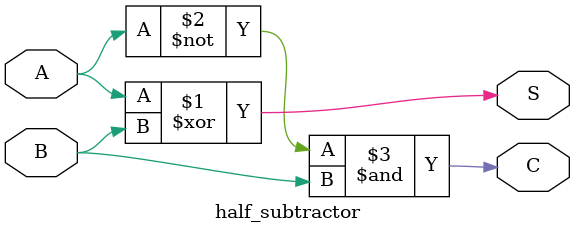
<source format=sv>
module half_subtractor (
    input logic A,
    input logic B,

    output logic S,
    output logic C
);

  assign S = A ^ B;
  assign C = (~A) & B;

endmodule

</source>
